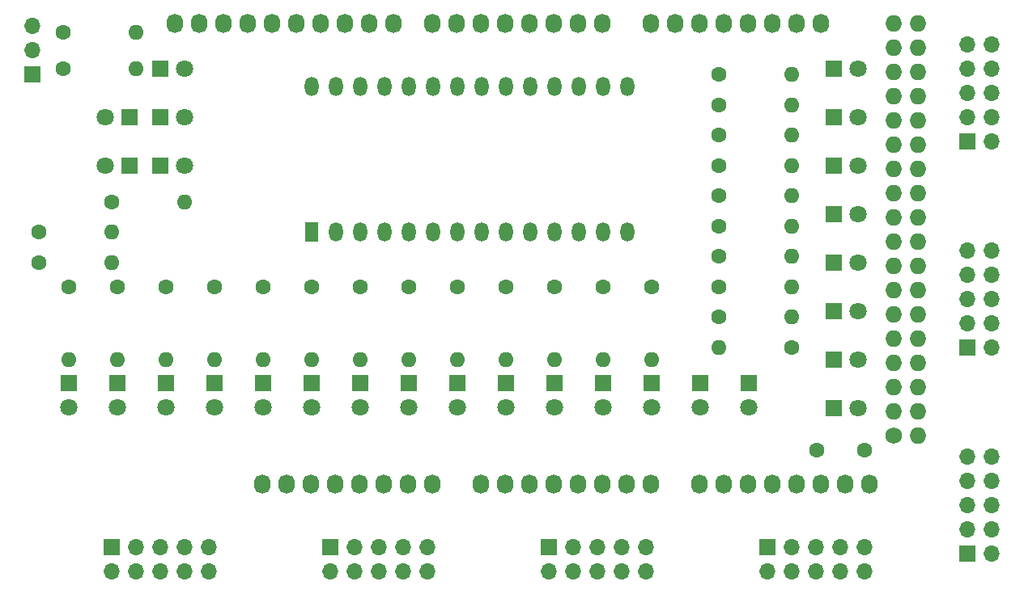
<source format=gbs>
G04 #@! TF.GenerationSoftware,KiCad,Pcbnew,(6.0.2)*
G04 #@! TF.CreationDate,2022-03-13T15:59:46+00:00*
G04 #@! TF.ProjectId,EEPROM_Programmer,45455052-4f4d-45f5-9072-6f6772616d6d,rev?*
G04 #@! TF.SameCoordinates,Original*
G04 #@! TF.FileFunction,Soldermask,Bot*
G04 #@! TF.FilePolarity,Negative*
%FSLAX46Y46*%
G04 Gerber Fmt 4.6, Leading zero omitted, Abs format (unit mm)*
G04 Created by KiCad (PCBNEW (6.0.2)) date 2022-03-13 15:59:46*
%MOMM*%
%LPD*%
G01*
G04 APERTURE LIST*
%ADD10C,1.600000*%
%ADD11R,1.700000X1.700000*%
%ADD12O,1.700000X1.700000*%
%ADD13R,1.440000X2.000000*%
%ADD14O,1.440000X2.000000*%
%ADD15R,1.800000X1.800000*%
%ADD16C,1.800000*%
%ADD17O,1.600000X1.600000*%
%ADD18C,1.727200*%
%ADD19O,1.727200X1.727200*%
%ADD20O,1.727200X2.032000*%
G04 APERTURE END LIST*
D10*
X194310000Y-115570000D03*
X189310000Y-115570000D03*
D11*
X107315000Y-76200000D03*
D12*
X107315000Y-73660000D03*
X107315000Y-71120000D03*
D13*
X136525000Y-92710000D03*
D14*
X139065000Y-92710000D03*
X141605000Y-92710000D03*
X144145000Y-92710000D03*
X146685000Y-92710000D03*
X149225000Y-92710000D03*
X151765000Y-92710000D03*
X154305000Y-92710000D03*
X156845000Y-92710000D03*
X159385000Y-92710000D03*
X161925000Y-92710000D03*
X164465000Y-92710000D03*
X167005000Y-92710000D03*
X169545000Y-92710000D03*
X169545000Y-77470000D03*
X167005000Y-77470000D03*
X164465000Y-77470000D03*
X161925000Y-77470000D03*
X159385000Y-77470000D03*
X156845000Y-77470000D03*
X154305000Y-77470000D03*
X151765000Y-77470000D03*
X149225000Y-77470000D03*
X146685000Y-77470000D03*
X144145000Y-77470000D03*
X141605000Y-77470000D03*
X139065000Y-77470000D03*
X136525000Y-77470000D03*
D11*
X161285000Y-125730000D03*
D12*
X161285000Y-128270000D03*
X163825000Y-125730000D03*
X163825000Y-128270000D03*
X166365000Y-125730000D03*
X166365000Y-128270000D03*
X168905000Y-125730000D03*
X168905000Y-128270000D03*
X171445000Y-125730000D03*
X171445000Y-128270000D03*
D11*
X115565000Y-125730000D03*
D12*
X115565000Y-128270000D03*
X118105000Y-125730000D03*
X118105000Y-128270000D03*
X120645000Y-125730000D03*
X120645000Y-128270000D03*
X123185000Y-125730000D03*
X123185000Y-128270000D03*
X125725000Y-125730000D03*
X125725000Y-128270000D03*
D11*
X184150000Y-125730000D03*
D12*
X184150000Y-128270000D03*
X186690000Y-125730000D03*
X186690000Y-128270000D03*
X189230000Y-125730000D03*
X189230000Y-128270000D03*
X191770000Y-125730000D03*
X191770000Y-128270000D03*
X194310000Y-125730000D03*
X194310000Y-128270000D03*
D11*
X138425000Y-125730000D03*
D12*
X138425000Y-128270000D03*
X140965000Y-125730000D03*
X140965000Y-128270000D03*
X143505000Y-125730000D03*
X143505000Y-128270000D03*
X146045000Y-125730000D03*
X146045000Y-128270000D03*
X148585000Y-125730000D03*
X148585000Y-128270000D03*
X207645000Y-116205000D03*
X205105000Y-116205000D03*
X207645000Y-118745000D03*
X205105000Y-118745000D03*
X207645000Y-121285000D03*
X205105000Y-121285000D03*
X207645000Y-123825000D03*
X205105000Y-123825000D03*
X207645000Y-126365000D03*
D11*
X205105000Y-126365000D03*
D12*
X207645000Y-94615000D03*
X205105000Y-94615000D03*
X207645000Y-97155000D03*
X205105000Y-97155000D03*
X207645000Y-99695000D03*
X205105000Y-99695000D03*
X207645000Y-102235000D03*
X205105000Y-102235000D03*
X207645000Y-104775000D03*
D11*
X205105000Y-104775000D03*
D12*
X207645000Y-73025000D03*
X205105000Y-73025000D03*
X207645000Y-75565000D03*
X205105000Y-75565000D03*
X207645000Y-78105000D03*
X205105000Y-78105000D03*
X207645000Y-80645000D03*
X205105000Y-80645000D03*
X207645000Y-83185000D03*
D11*
X205105000Y-83185000D03*
D15*
X191112255Y-95898856D03*
D16*
X193652255Y-95898856D03*
D15*
X120650000Y-75565000D03*
D16*
X123190000Y-75565000D03*
D10*
X110490000Y-71755000D03*
D17*
X118110000Y-71755000D03*
D10*
X115570000Y-89535000D03*
D17*
X123190000Y-89535000D03*
D10*
X107950000Y-92710000D03*
D17*
X115570000Y-92710000D03*
D10*
X107950000Y-95885000D03*
D17*
X115570000Y-95885000D03*
D10*
X110490000Y-75565000D03*
D17*
X118110000Y-75565000D03*
D15*
X117475000Y-80645000D03*
D16*
X114935000Y-80645000D03*
D15*
X120650000Y-80645000D03*
D16*
X123190000Y-80645000D03*
D15*
X120650000Y-85725000D03*
D16*
X123190000Y-85725000D03*
D15*
X117475000Y-85725000D03*
D16*
X114935000Y-85725000D03*
D18*
X197358000Y-114046000D03*
D19*
X199898000Y-114046000D03*
X197358000Y-111506000D03*
X199898000Y-111506000D03*
X197358000Y-108966000D03*
X199898000Y-108966000D03*
X197358000Y-106426000D03*
X199898000Y-106426000D03*
X197358000Y-103886000D03*
X199898000Y-103886000D03*
X197358000Y-101346000D03*
X199898000Y-101346000D03*
X197358000Y-98806000D03*
X199898000Y-98806000D03*
X197358000Y-96266000D03*
X199898000Y-96266000D03*
X197358000Y-93726000D03*
X199898000Y-93726000D03*
X197358000Y-91186000D03*
X199898000Y-91186000D03*
X197358000Y-88646000D03*
X199898000Y-88646000D03*
X197358000Y-86106000D03*
X199898000Y-86106000D03*
X197358000Y-83566000D03*
X199898000Y-83566000D03*
X197358000Y-81026000D03*
X199898000Y-81026000D03*
X197358000Y-78486000D03*
X199898000Y-78486000D03*
X197358000Y-75946000D03*
X199898000Y-75946000D03*
X197358000Y-73406000D03*
X199898000Y-73406000D03*
X197358000Y-70866000D03*
X199898000Y-70866000D03*
D20*
X131318000Y-119126000D03*
X133858000Y-119126000D03*
X136398000Y-119126000D03*
X138938000Y-119126000D03*
X141478000Y-119126000D03*
X144018000Y-119126000D03*
X146558000Y-119126000D03*
X149098000Y-119126000D03*
X154178000Y-119126000D03*
X156718000Y-119126000D03*
X159258000Y-119126000D03*
X161798000Y-119126000D03*
X164338000Y-119126000D03*
X166878000Y-119126000D03*
X169418000Y-119126000D03*
X171958000Y-119126000D03*
X177038000Y-119126000D03*
X179578000Y-119126000D03*
X182118000Y-119126000D03*
X184658000Y-119126000D03*
X187198000Y-119126000D03*
X189738000Y-119126000D03*
X192278000Y-119126000D03*
X194818000Y-119126000D03*
X122174000Y-70866000D03*
X124714000Y-70866000D03*
X127254000Y-70866000D03*
X129794000Y-70866000D03*
X132334000Y-70866000D03*
X134874000Y-70866000D03*
X137414000Y-70866000D03*
X139954000Y-70866000D03*
X142494000Y-70866000D03*
X145034000Y-70866000D03*
X149098000Y-70866000D03*
X151638000Y-70866000D03*
X154178000Y-70866000D03*
X156718000Y-70866000D03*
X159258000Y-70866000D03*
X161798000Y-70866000D03*
X164338000Y-70866000D03*
X166878000Y-70866000D03*
X171958000Y-70866000D03*
X174498000Y-70866000D03*
X177038000Y-70866000D03*
X179578000Y-70866000D03*
X182118000Y-70866000D03*
X184658000Y-70866000D03*
X187198000Y-70866000D03*
X189738000Y-70866000D03*
D15*
X156845000Y-108475000D03*
D16*
X156845000Y-111015000D03*
D15*
X172085000Y-108475000D03*
D16*
X172085000Y-111015000D03*
D15*
X191112255Y-90818856D03*
D16*
X193652255Y-90818856D03*
D15*
X146685000Y-108475000D03*
D16*
X146685000Y-111015000D03*
D15*
X191112255Y-85738856D03*
D16*
X193652255Y-85738856D03*
D10*
X179070000Y-85725000D03*
D17*
X186690000Y-85725000D03*
D10*
X126365000Y-98425000D03*
D17*
X126365000Y-106045000D03*
D15*
X177165000Y-108475000D03*
D16*
X177165000Y-111015000D03*
D10*
X179070000Y-82550000D03*
D17*
X186690000Y-82550000D03*
D15*
X136525000Y-108470000D03*
D16*
X136525000Y-111010000D03*
D15*
X191107255Y-106058856D03*
D16*
X193647255Y-106058856D03*
D15*
X161925000Y-108475000D03*
D16*
X161925000Y-111015000D03*
D15*
X167005000Y-108475000D03*
D16*
X167005000Y-111015000D03*
D10*
X179070000Y-92075000D03*
D17*
X186690000Y-92075000D03*
D10*
X179070000Y-79375000D03*
D17*
X186690000Y-79375000D03*
D10*
X161925000Y-98425000D03*
D17*
X161925000Y-106045000D03*
D10*
X179070000Y-76200000D03*
D17*
X186690000Y-76200000D03*
D10*
X172085000Y-98425000D03*
D17*
X172085000Y-106045000D03*
D15*
X111125000Y-108470000D03*
D16*
X111125000Y-111010000D03*
D10*
X141605000Y-98425000D03*
D17*
X141605000Y-106045000D03*
D10*
X167005000Y-98425000D03*
D17*
X167005000Y-106045000D03*
X186690000Y-95250000D03*
D10*
X179070000Y-95250000D03*
X179070000Y-101600000D03*
D17*
X186690000Y-101600000D03*
D10*
X111125000Y-98425000D03*
D17*
X111125000Y-106045000D03*
D10*
X151765000Y-98425000D03*
D17*
X151765000Y-106045000D03*
D15*
X191112255Y-111138856D03*
D16*
X193652255Y-111138856D03*
D10*
X156845000Y-98425000D03*
D17*
X156845000Y-106045000D03*
D10*
X146685000Y-98425000D03*
D17*
X146685000Y-106045000D03*
D10*
X179070000Y-88900000D03*
D17*
X186690000Y-88900000D03*
D15*
X126365000Y-108470000D03*
D16*
X126365000Y-111010000D03*
D15*
X151765000Y-108475000D03*
D16*
X151765000Y-111015000D03*
D15*
X191112255Y-75578856D03*
D16*
X193652255Y-75578856D03*
D10*
X116205000Y-98425000D03*
D17*
X116205000Y-106045000D03*
D15*
X116205000Y-108475000D03*
D16*
X116205000Y-111015000D03*
D15*
X191112255Y-80658856D03*
D16*
X193652255Y-80658856D03*
D10*
X186690000Y-104775000D03*
D17*
X179070000Y-104775000D03*
D10*
X131445000Y-98425000D03*
D17*
X131445000Y-106045000D03*
D15*
X121285000Y-108475000D03*
D16*
X121285000Y-111015000D03*
D15*
X141605000Y-108470000D03*
D16*
X141605000Y-111010000D03*
D10*
X179070000Y-98425000D03*
D17*
X186690000Y-98425000D03*
D15*
X182245000Y-108475000D03*
D16*
X182245000Y-111015000D03*
D10*
X136525000Y-98425000D03*
D17*
X136525000Y-106045000D03*
D15*
X191112255Y-100978856D03*
D16*
X193652255Y-100978856D03*
D10*
X121285000Y-98425000D03*
D17*
X121285000Y-106045000D03*
D15*
X131445000Y-108475000D03*
D16*
X131445000Y-111015000D03*
M02*

</source>
